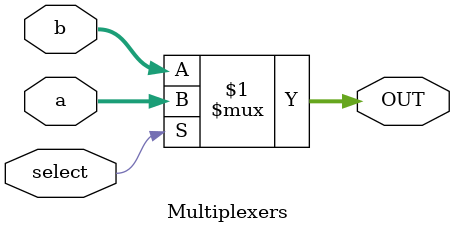
<source format=sv>
`timescale 1ns / 1ps

module Multiplexers#(
    parameter N = 4 
)(
    input  [N-1:0] a,     // Input A
    input  [N-1:0] b,     // Input B
    input  select,            // Select signal
    output [N-1:0] OUT    // Output
);

    assign OUT = select ? a : b;

endmodule



</source>
